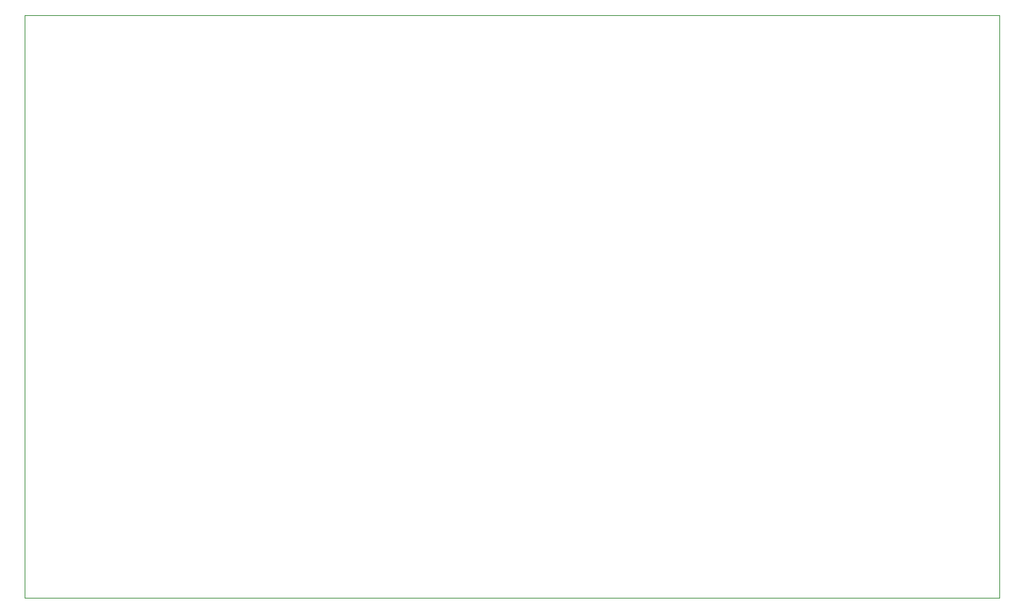
<source format=gbr>
%TF.GenerationSoftware,KiCad,Pcbnew,(6.0.7)*%
%TF.CreationDate,2023-01-19T20:49:39-05:00*%
%TF.ProjectId,Phoenix612_Stage_2_PA_Testing_v1,50686f65-6e69-4783-9631-325f53746167,rev?*%
%TF.SameCoordinates,Original*%
%TF.FileFunction,Profile,NP*%
%FSLAX46Y46*%
G04 Gerber Fmt 4.6, Leading zero omitted, Abs format (unit mm)*
G04 Created by KiCad (PCBNEW (6.0.7)) date 2023-01-19 20:49:39*
%MOMM*%
%LPD*%
G01*
G04 APERTURE LIST*
%TA.AperFunction,Profile*%
%ADD10C,0.100000*%
%TD*%
G04 APERTURE END LIST*
D10*
X141122400Y-94792800D02*
X27305000Y-94792800D01*
X27305000Y-94792800D02*
X27305000Y-26619200D01*
X27305000Y-26619200D02*
X141122400Y-26619200D01*
X141122400Y-26619200D02*
X141122400Y-94792800D01*
M02*

</source>
